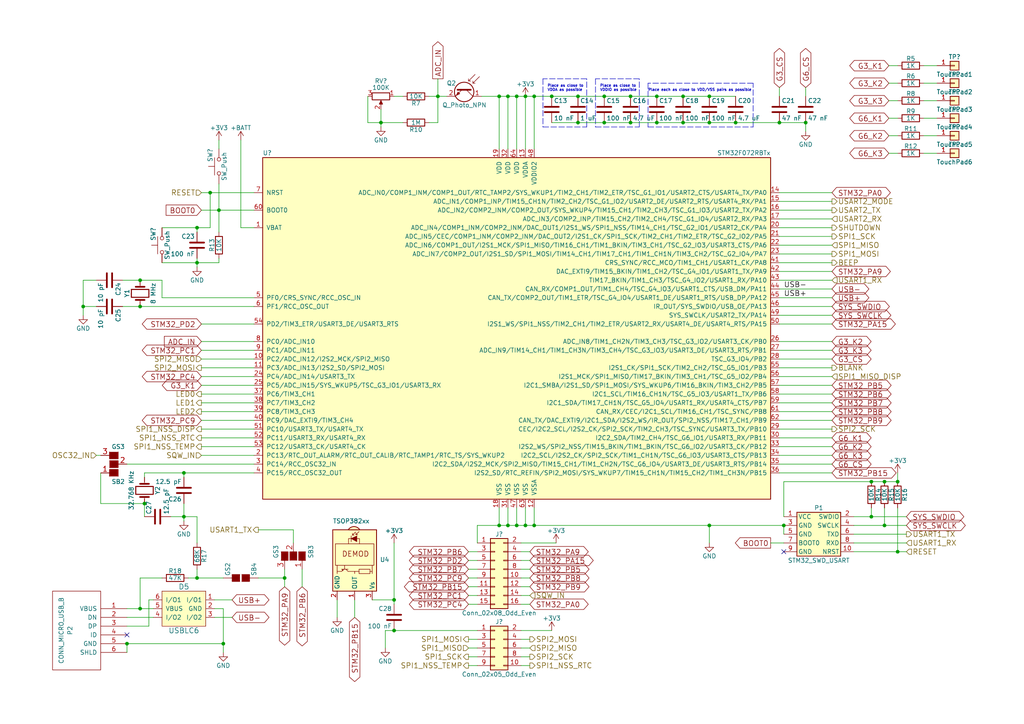
<source format=kicad_sch>
(kicad_sch (version 20231120) (generator "eeschema") (generator_version "8.0")
  (paper "A4")
  (junction (at 144.78 27.94))
  (junction (at 205.74 152.4))
  (junction (at 154.94 27.94))
  (junction (at 24.13 88.9))
  (junction (at 182.88 35.56))
  (junction (at 190.5 27.94))
  (junction (at 149.86 152.4))
  (junction (at 57.15 66.04))
  (junction (at 114.3 182.88))
  (junction (at 252.73 149.86))
  (junction (at 60.96 55.88))
  (junction (at 182.88 27.94))
  (junction (at 152.4 27.94))
  (junction (at 53.34 137.16))
  (junction (at 152.4 152.4))
  (junction (at 260.35 139.7))
  (junction (at 53.34 149.86))
  (junction (at 198.12 35.56))
  (junction (at 167.64 27.94))
  (junction (at 227.33 152.4))
  (junction (at 149.86 27.94))
  (junction (at 40.64 88.9))
  (junction (at 114.3 173.99))
  (junction (at 205.74 27.94))
  (junction (at 190.5 35.56))
  (junction (at 198.12 27.94))
  (junction (at 160.02 27.94))
  (junction (at 57.15 76.2))
  (junction (at 252.73 139.7))
  (junction (at 82.55 167.64))
  (junction (at 147.32 152.4))
  (junction (at 256.54 139.7))
  (junction (at 110.49 35.56))
  (junction (at 64.77 186.69))
  (junction (at 205.74 35.56))
  (junction (at 147.32 27.94))
  (junction (at 40.64 176.53))
  (junction (at 175.26 27.94))
  (junction (at 175.26 35.56))
  (junction (at 36.83 186.69))
  (junction (at 41.91 146.05))
  (junction (at 63.5 60.96))
  (junction (at 167.64 35.56))
  (junction (at 213.36 35.56))
  (junction (at 256.54 152.4))
  (junction (at 40.64 81.28))
  (junction (at 233.68 35.56))
  (junction (at 57.15 167.64))
  (junction (at 154.94 152.4))
  (junction (at 226.06 35.56))
  (junction (at 260.35 160.02))
  (junction (at 144.78 152.4))
  (junction (at 127 27.94))
  (no_connect (at 36.83 184.15))
  (no_connect (at 227.33 160.02))
  (wire (pts (xy 64.77 186.69) (xy 64.77 189.23)))
  (polyline (pts (xy 185.42 36.83) (xy 185.42 22.86)) (stroke (width 0) (type dash)))
  (wire (pts (xy 247.65 152.4) (xy 256.54 152.4)))
  (wire (pts (xy 58.42 129.54) (xy 73.66 129.54)))
  (wire (pts (xy 233.68 25.4) (xy 233.68 27.94)))
  (wire (pts (xy 57.15 76.2) (xy 57.15 77.47)))
  (wire (pts (xy 267.97 34.29) (xy 271.78 34.29)))
  (wire (pts (xy 226.06 132.08) (xy 241.3 132.08)))
  (wire (pts (xy 227.33 139.7) (xy 227.33 149.86)))
  (wire (pts (xy 144.78 152.4) (xy 147.32 152.4)))
  (wire (pts (xy 46.99 76.2) (xy 57.15 76.2)))
  (wire (pts (xy 149.86 27.94) (xy 152.4 27.94)))
  (wire (pts (xy 41.91 146.05) (xy 41.91 149.86)))
  (wire (pts (xy 160.02 35.56) (xy 167.64 35.56)))
  (wire (pts (xy 58.42 119.38) (xy 73.66 119.38)))
  (wire (pts (xy 102.87 179.07) (xy 102.87 173.99)))
  (wire (pts (xy 111.76 182.88) (xy 114.3 182.88)))
  (wire (pts (xy 167.64 35.56) (xy 175.26 35.56)))
  (wire (pts (xy 257.81 19.05) (xy 260.35 19.05)))
  (wire (pts (xy 226.06 81.28) (xy 241.3 81.28)))
  (wire (pts (xy 151.13 193.04) (xy 153.67 193.04)))
  (wire (pts (xy 110.49 31.75) (xy 110.49 35.56)))
  (wire (pts (xy 138.43 175.26) (xy 135.89 175.26)))
  (wire (pts (xy 85.09 153.67) (xy 74.93 153.67)))
  (wire (pts (xy 62.23 173.99) (xy 67.31 173.99)))
  (wire (pts (xy 60.96 55.88) (xy 58.42 55.88)))
  (wire (pts (xy 247.65 160.02) (xy 260.35 160.02)))
  (wire (pts (xy 252.73 147.32) (xy 252.73 149.86)))
  (wire (pts (xy 27.94 132.08) (xy 29.21 132.08)))
  (wire (pts (xy 267.97 24.13) (xy 271.78 24.13)))
  (wire (pts (xy 267.97 29.21) (xy 271.78 29.21)))
  (wire (pts (xy 233.68 35.56) (xy 233.68 38.1)))
  (wire (pts (xy 87.63 170.18) (xy 87.63 165.1)))
  (wire (pts (xy 58.42 60.96) (xy 63.5 60.96)))
  (polyline (pts (xy 185.42 22.86) (xy 172.72 22.86)) (stroke (width 0) (type dash)))
  (wire (pts (xy 241.3 114.3) (xy 226.06 114.3)))
  (wire (pts (xy 40.64 81.28) (xy 46.99 81.28)))
  (wire (pts (xy 151.13 175.26) (xy 153.67 175.26)))
  (wire (pts (xy 73.66 101.6) (xy 58.42 101.6)))
  (polyline (pts (xy 187.96 24.13) (xy 187.96 36.83)) (stroke (width 0) (type dash)))
  (wire (pts (xy 205.74 35.56) (xy 213.36 35.56)))
  (wire (pts (xy 241.3 68.58) (xy 226.06 68.58)))
  (wire (pts (xy 64.77 176.53) (xy 64.77 186.69)))
  (wire (pts (xy 152.4 152.4) (xy 154.94 152.4)))
  (wire (pts (xy 241.3 129.54) (xy 226.06 129.54)))
  (wire (pts (xy 73.66 134.62) (xy 36.83 134.62)))
  (wire (pts (xy 41.91 137.16) (xy 53.34 137.16)))
  (wire (pts (xy 226.06 76.2) (xy 241.3 76.2)))
  (wire (pts (xy 63.5 76.2) (xy 63.5 74.93)))
  (wire (pts (xy 36.83 181.61) (xy 43.18 181.61)))
  (polyline (pts (xy 157.48 22.86) (xy 157.48 36.83)) (stroke (width 0) (type dash)))
  (wire (pts (xy 62.23 179.07) (xy 67.31 179.07)))
  (wire (pts (xy 151.13 157.48) (xy 161.29 157.48)))
  (wire (pts (xy 127 35.56) (xy 124.46 35.56)))
  (wire (pts (xy 82.55 167.64) (xy 82.55 165.1)))
  (wire (pts (xy 144.78 27.94) (xy 147.32 27.94)))
  (wire (pts (xy 127 27.94) (xy 127 35.56)))
  (wire (pts (xy 57.15 66.04) (xy 60.96 66.04)))
  (wire (pts (xy 154.94 147.32) (xy 154.94 152.4)))
  (wire (pts (xy 260.35 147.32) (xy 260.35 160.02)))
  (polyline (pts (xy 172.72 22.86) (xy 172.72 36.83)) (stroke (width 0) (type dash)))
  (wire (pts (xy 46.99 66.04) (xy 57.15 66.04)))
  (wire (pts (xy 182.88 35.56) (xy 190.5 35.56)))
  (wire (pts (xy 97.79 173.99) (xy 97.79 179.07)))
  (wire (pts (xy 138.43 167.64) (xy 135.89 167.64)))
  (wire (pts (xy 226.06 73.66) (xy 241.3 73.66)))
  (polyline (pts (xy 218.44 36.83) (xy 218.44 24.13)) (stroke (width 0) (type dash)))
  (wire (pts (xy 226.06 88.9) (xy 241.3 88.9)))
  (wire (pts (xy 147.32 147.32) (xy 147.32 152.4)))
  (wire (pts (xy 36.83 186.69) (xy 36.83 189.23)))
  (wire (pts (xy 73.66 114.3) (xy 58.42 114.3)))
  (wire (pts (xy 241.3 134.62) (xy 226.06 134.62)))
  (wire (pts (xy 260.35 139.7) (xy 260.35 137.16)))
  (wire (pts (xy 226.06 119.38) (xy 241.3 119.38)))
  (wire (pts (xy 35.56 81.28) (xy 40.64 81.28)))
  (wire (pts (xy 58.42 109.22) (xy 73.66 109.22)))
  (wire (pts (xy 257.81 39.37) (xy 260.35 39.37)))
  (wire (pts (xy 154.94 152.4) (xy 205.74 152.4)))
  (wire (pts (xy 73.66 106.68) (xy 58.42 106.68)))
  (wire (pts (xy 64.77 167.64) (xy 57.15 167.64)))
  (wire (pts (xy 144.78 43.18) (xy 144.78 27.94)))
  (wire (pts (xy 260.35 44.45) (xy 257.81 44.45)))
  (wire (pts (xy 63.5 60.96) (xy 73.66 60.96)))
  (wire (pts (xy 53.34 149.86) (xy 57.15 149.86)))
  (wire (pts (xy 260.35 24.13) (xy 257.81 24.13)))
  (wire (pts (xy 110.49 35.56) (xy 110.49 36.83)))
  (wire (pts (xy 151.13 182.88) (xy 160.02 182.88)))
  (wire (pts (xy 36.83 176.53) (xy 40.64 176.53)))
  (wire (pts (xy 63.5 53.34) (xy 63.5 60.96)))
  (wire (pts (xy 144.78 147.32) (xy 144.78 152.4)))
  (wire (pts (xy 227.33 139.7) (xy 252.73 139.7)))
  (wire (pts (xy 147.32 152.4) (xy 149.86 152.4)))
  (wire (pts (xy 57.15 67.31) (xy 57.15 66.04)))
  (wire (pts (xy 73.66 66.04) (xy 69.85 66.04)))
  (wire (pts (xy 27.94 81.28) (xy 24.13 81.28)))
  (wire (pts (xy 153.67 165.1) (xy 151.13 165.1)))
  (wire (pts (xy 241.3 63.5) (xy 226.06 63.5)))
  (wire (pts (xy 36.83 179.07) (xy 44.45 179.07)))
  (wire (pts (xy 226.06 104.14) (xy 241.3 104.14)))
  (wire (pts (xy 153.67 170.18) (xy 151.13 170.18)))
  (wire (pts (xy 198.12 35.56) (xy 205.74 35.56)))
  (wire (pts (xy 106.68 27.94) (xy 106.68 35.56)))
  (wire (pts (xy 46.99 167.64) (xy 40.64 167.64)))
  (wire (pts (xy 152.4 147.32) (xy 152.4 152.4)))
  (wire (pts (xy 58.42 99.06) (xy 73.66 99.06)))
  (wire (pts (xy 226.06 106.68) (xy 241.3 106.68)))
  (wire (pts (xy 252.73 139.7) (xy 256.54 139.7)))
  (wire (pts (xy 106.68 35.56) (xy 110.49 35.56)))
  (wire (pts (xy 73.66 121.92) (xy 58.42 121.92)))
  (wire (pts (xy 241.3 127) (xy 226.06 127)))
  (wire (pts (xy 74.93 167.64) (xy 82.55 167.64)))
  (wire (pts (xy 43.18 181.61) (xy 43.18 173.99)))
  (wire (pts (xy 135.89 160.02) (xy 138.43 160.02)))
  (polyline (pts (xy 172.72 36.83) (xy 185.42 36.83)) (stroke (width 0) (type dash)))
  (wire (pts (xy 152.4 43.18) (xy 152.4 27.94)))
  (polyline (pts (xy 157.48 36.83) (xy 170.18 36.83)) (stroke (width 0) (type dash)))
  (wire (pts (xy 138.43 162.56) (xy 135.89 162.56)))
  (wire (pts (xy 24.13 81.28) (xy 24.13 88.9)))
  (wire (pts (xy 160.02 27.94) (xy 167.64 27.94)))
  (wire (pts (xy 152.4 27.94) (xy 154.94 27.94)))
  (wire (pts (xy 226.06 60.96) (xy 241.3 60.96)))
  (wire (pts (xy 223.52 157.48) (xy 227.33 157.48)))
  (wire (pts (xy 82.55 170.18) (xy 82.55 167.64)))
  (wire (pts (xy 151.13 167.64) (xy 153.67 167.64)))
  (polyline (pts (xy 170.18 22.86) (xy 157.48 22.86)) (stroke (width 0) (type dash)))
  (wire (pts (xy 198.12 27.94) (xy 205.74 27.94)))
  (wire (pts (xy 247.65 149.86) (xy 252.73 149.86)))
  (wire (pts (xy 267.97 39.37) (xy 271.78 39.37)))
  (wire (pts (xy 110.49 35.56) (xy 116.84 35.56)))
  (wire (pts (xy 58.42 111.76) (xy 73.66 111.76)))
  (wire (pts (xy 256.54 147.32) (xy 256.54 152.4)))
  (wire (pts (xy 135.89 187.96) (xy 138.43 187.96)))
  (wire (pts (xy 57.15 149.86) (xy 57.15 157.48)))
  (wire (pts (xy 260.35 160.02) (xy 262.89 160.02)))
  (wire (pts (xy 127 27.94) (xy 129.54 27.94)))
  (wire (pts (xy 205.74 152.4) (xy 227.33 152.4)))
  (wire (pts (xy 41.91 137.16) (xy 41.91 138.43)))
  (wire (pts (xy 40.64 167.64) (xy 40.64 176.53)))
  (wire (pts (xy 256.54 139.7) (xy 260.35 139.7)))
  (wire (pts (xy 127 22.86) (xy 127 27.94)))
  (wire (pts (xy 135.89 170.18) (xy 138.43 170.18)))
  (wire (pts (xy 182.88 27.94) (xy 190.5 27.94)))
  (wire (pts (xy 227.33 152.4) (xy 227.33 154.94)))
  (wire (pts (xy 135.89 190.5) (xy 138.43 190.5)))
  (wire (pts (xy 241.3 124.46) (xy 226.06 124.46)))
  (wire (pts (xy 147.32 43.18) (xy 147.32 27.94)))
  (wire (pts (xy 226.06 71.12) (xy 241.3 71.12)))
  (wire (pts (xy 107.95 173.99) (xy 114.3 173.99)))
  (wire (pts (xy 73.66 55.88) (xy 60.96 55.88)))
  (wire (pts (xy 53.34 137.16) (xy 53.34 138.43)))
  (wire (pts (xy 138.43 152.4) (xy 144.78 152.4)))
  (wire (pts (xy 175.26 35.56) (xy 182.88 35.56)))
  (wire (pts (xy 58.42 124.46) (xy 73.66 124.46)))
  (wire (pts (xy 64.77 186.69) (xy 36.83 186.69)))
  (wire (pts (xy 53.34 137.16) (xy 73.66 137.16)))
  (wire (pts (xy 267.97 19.05) (xy 271.78 19.05)))
  (wire (pts (xy 63.5 60.96) (xy 63.5 67.31)))
  (wire (pts (xy 175.26 27.94) (xy 182.88 27.94)))
  (wire (pts (xy 73.66 104.14) (xy 58.42 104.14)))
  (wire (pts (xy 114.3 27.94) (xy 116.84 27.94)))
  (wire (pts (xy 60.96 66.04) (xy 60.96 55.88)))
  (wire (pts (xy 135.89 165.1) (xy 138.43 165.1)))
  (polyline (pts (xy 170.18 36.83) (xy 170.18 22.86)) (stroke (width 0) (type dash)))
  (wire (pts (xy 57.15 74.93) (xy 57.15 76.2)))
  (wire (pts (xy 151.13 187.96) (xy 153.67 187.96)))
  (wire (pts (xy 124.46 27.94) (xy 127 27.94)))
  (wire (pts (xy 226.06 35.56) (xy 233.68 35.56)))
  (wire (pts (xy 135.89 185.42) (xy 138.43 185.42)))
  (wire (pts (xy 213.36 35.56) (xy 226.06 35.56)))
  (wire (pts (xy 58.42 127) (xy 73.66 127)))
  (wire (pts (xy 139.7 27.94) (xy 144.78 27.94)))
  (wire (pts (xy 35.56 88.9) (xy 40.64 88.9)))
  (wire (pts (xy 241.3 101.6) (xy 226.06 101.6)))
  (wire (pts (xy 54.61 167.64) (xy 57.15 167.64)))
  (polyline (pts (xy 187.96 36.83) (xy 218.44 36.83)) (stroke (width 0) (type dash)))
  (wire (pts (xy 40.64 176.53) (xy 44.45 176.53)))
  (wire (pts (xy 190.5 35.56) (xy 198.12 35.56)))
  (wire (pts (xy 63.5 40.64) (xy 63.5 43.18)))
  (wire (pts (xy 267.97 44.45) (xy 271.78 44.45)))
  (wire (pts (xy 226.06 109.22) (xy 241.3 109.22)))
  (wire (pts (xy 151.13 172.72) (xy 153.67 172.72)))
  (wire (pts (xy 241.3 78.74) (xy 226.06 78.74)))
  (wire (pts (xy 226.06 91.44) (xy 241.3 91.44)))
  (wire (pts (xy 151.13 185.42) (xy 153.67 185.42)))
  (wire (pts (xy 40.64 88.9) (xy 73.66 88.9)))
  (wire (pts (xy 62.23 176.53) (xy 64.77 176.53)))
  (wire (pts (xy 226.06 27.94) (xy 226.06 25.4)))
  (wire (pts (xy 226.06 99.06) (xy 241.3 99.06)))
  (wire (pts (xy 256.54 152.4) (xy 262.89 152.4)))
  (wire (pts (xy 85.09 157.48) (xy 85.09 153.67)))
  (wire (pts (xy 147.32 27.94) (xy 149.86 27.94)))
  (wire (pts (xy 247.65 154.94) (xy 262.89 154.94)))
  (wire (pts (xy 24.13 88.9) (xy 24.13 91.44)))
  (wire (pts (xy 135.89 193.04) (xy 138.43 193.04)))
  (wire (pts (xy 205.74 27.94) (xy 213.36 27.94)))
  (wire (pts (xy 57.15 165.1) (xy 57.15 167.64)))
  (wire (pts (xy 167.64 27.94) (xy 175.26 27.94)))
  (wire (pts (xy 29.21 146.05) (xy 29.21 137.16)))
  (wire (pts (xy 149.86 43.18) (xy 149.86 27.94)))
  (wire (pts (xy 153.67 160.02) (xy 151.13 160.02)))
  (wire (pts (xy 190.5 27.94) (xy 198.12 27.94)))
  (wire (pts (xy 43.18 173.99) (xy 44.45 173.99)))
  (wire (pts (xy 154.94 43.18) (xy 154.94 27.94)))
  (wire (pts (xy 58.42 132.08) (xy 73.66 132.08)))
  (wire (pts (xy 260.35 34.29) (xy 257.81 34.29)))
  (wire (pts (xy 252.73 149.86) (xy 262.89 149.86)))
  (wire (pts (xy 111.76 182.88) (xy 111.76 187.96)))
  (wire (pts (xy 226.06 121.92) (xy 241.3 121.92)))
  (polyline (pts (xy 218.44 24.13) (xy 187.96 24.13)) (stroke (width 0) (type dash)))
  (wire (pts (xy 58.42 93.98) (xy 73.66 93.98)))
  (wire (pts (xy 149.86 152.4) (xy 152.4 152.4)))
  (wire (pts (xy 114.3 173.99) (xy 114.3 157.48)))
  (wire (pts (xy 73.66 116.84) (xy 58.42 116.84)))
  (wire (pts (xy 241.3 66.04) (xy 226.06 66.04)))
  (wire (pts (xy 114.3 175.26) (xy 114.3 173.99)))
  (wire (pts (xy 247.65 157.48) (xy 262.89 157.48)))
  (wire (pts (xy 27.94 88.9) (xy 24.13 88.9)))
  (wire (pts (xy 53.34 149.86) (xy 53.34 151.13)))
  (wire (pts (xy 41.91 146.05) (xy 29.21 146.05)))
  (wire (pts (xy 226.06 111.76) (xy 241.3 111.76)))
  (wire (pts (xy 138.43 172.72) (xy 135.89 172.72)))
  (wire (pts (xy 226.06 116.84) (xy 241.3 116.84)))
  (wire (pts (xy 46.99 86.36) (xy 46.99 81.28)))
  (wire (pts (xy 57.15 76.2) (xy 63.5 76.2)))
  (wire (pts (xy 151.13 190.5) (xy 153.67 190.5)))
  (wire (pts (xy 205.74 157.48) (xy 205.74 152.4)))
  (wire (pts (xy 226.06 86.36) (xy 241.3 86.36)))
  (wire (pts (xy 226.06 55.88) (xy 241.3 55.88)))
  (wire (pts (xy 257.81 29.21) (xy 260.35 29.21)))
  (wire (pts (xy 138.43 157.48) (xy 138.43 152.4)))
  (wire (pts (xy 154.94 27.94) (xy 160.02 27.94)))
  (wire (pts (xy 149.86 147.32) (xy 149.86 152.4)))
  (wire (pts (xy 69.85 66.04) (xy 69.85 40.64)))
  (wire (pts (xy 114.3 182.88) (xy 138.43 182.88)))
  (wire (pts (xy 241.3 83.82) (xy 226.06 83.82)))
  (wire (pts (xy 53.34 146.05) (xy 53.34 149.86)))
  (wire (pts (xy 151.13 162.56) (xy 153.67 162.56)))
  (wire (pts (xy 49.53 149.86) (xy 53.34 149.86)))
  (wire (pts (xy 226.06 137.16) (xy 241.3 137.16)))
  (wire (pts (xy 73.66 86.36) (xy 46.99 86.36)))
  (wire (pts (xy 226.06 93.98) (xy 241.3 93.98)))
  (wire (pts (xy 241.3 58.42) (xy 226.06 58.42)))
  (text "Place each as close to VDD/VSS pairs as possible" (at 187.96 26.67 0) (effects (font (size 0.762 0.762)) (justify left bottom)))
  (text "Place as close to\nVDDIO as possible" (at 173.99 26.67 0) (effects (font (size 0.762 0.762)) (justify left bottom)))
  (text "Place as close to\nVDDA as possible" (at 158.75 26.67 0) (effects (font (size 0.762 0.762)) (justify left bottom)))
  (label "USB-" (at 227.33 83.82 0) (effects (font (size 1.524 1.524))))
  (label "USB+" (at 227.33 86.36 0) (effects (font (size 1.524 1.524))))
  (global_label "STM32_PB15" (shape bidirectional) (at 241.3 137.16 0) (effects (font (size 1.524 1.524))) (property "Intersheetrefs" "${INTERSHEET_REFS}" (effects (hide yes))))
  (global_label "STM32_PB7" (shape bidirectional) (at 135.89 165.1 180) (effects (font (size 1.524 1.524))) (property "Intersheetrefs" "${INTERSHEET_REFS}" (effects (hide yes))))
  (global_label "STM32_PB9" (shape bidirectional) (at 153.67 170.18 0) (effects (font (size 1.524 1.524))) (property "Intersheetrefs" "${INTERSHEET_REFS}" (effects (hide yes))))
  (global_label "USB+" (shape bidirectional) (at 241.3 86.36 0) (effects (font (size 1.524 1.524))) (property "Intersheetrefs" "${INTERSHEET_REFS}" (effects (hide yes))))
  (global_label "G6_K2" (shape bidirectional) (at 257.81 39.37 180) (effects (font (size 1.524 1.524))) (property "Intersheetrefs" "${INTERSHEET_REFS}" (effects (hide yes))))
  (global_label "SYS_SWCLK" (shape bidirectional) (at 241.3 91.44 0) (effects (font (size 1.524 1.524))) (property "Intersheetrefs" "${INTERSHEET_REFS}" (effects (hide yes))))
  (global_label "ADC_IN" (shape output) (at 127 22.86 90) (effects (font (size 1.524 1.524))) (property "Intersheetrefs" "${INTERSHEET_REFS}" (effects (hide yes))))
  (global_label "STM32_PB7" (shape bidirectional) (at 241.3 116.84 0) (effects (font (size 1.524 1.524))) (property "Intersheetrefs" "${INTERSHEET_REFS}" (effects (hide yes))))
  (global_label "ADC_IN" (shape input) (at 58.42 99.06 180) (effects (font (size 1.524 1.524))) (property "Intersheetrefs" "${INTERSHEET_REFS}" (effects (hide yes))))
  (global_label "G3_K2" (shape bidirectional) (at 257.81 24.13 180) (effects (font (size 1.524 1.524))) (property "Intersheetrefs" "${INTERSHEET_REFS}" (effects (hide yes))))
  (global_label "G6_K2" (shape bidirectional) (at 241.3 129.54 0) (effects (font (size 1.524 1.524))) (property "Intersheetrefs" "${INTERSHEET_REFS}" (effects (hide yes))))
  (global_label "SYS_SWDIO" (shape bidirectional) (at 241.3 88.9 0) (effects (font (size 1.524 1.524))) (property "Intersheetrefs" "${INTERSHEET_REFS}" (effects (hide yes))))
  (global_label "STM32_PC4" (shape bidirectional) (at 58.42 109.22 180) (effects (font (size 1.524 1.524))) (property "Intersheetrefs" "${INTERSHEET_REFS}" (effects (hide yes))))
  (global_label "USB-" (shape bidirectional) (at 67.31 179.07 0) (effects (font (size 1.524 1.524))) (property "Intersheetrefs" "${INTERSHEET_REFS}" (effects (hide yes))))
  (global_label "STM32_PB6" (shape bidirectional) (at 87.63 170.18 270) (effects (font (size 1.524 1.524))) (property "Intersheetrefs" "${INTERSHEET_REFS}" (effects (hide yes))))
  (global_label "STM32_PC1" (shape bidirectional) (at 58.42 101.6 180) (effects (font (size 1.524 1.524))) (property "Intersheetrefs" "${INTERSHEET_REFS}" (effects (hide yes))))
  (global_label "STM32_PC1" (shape bidirectional) (at 135.89 172.72 180) (effects (font (size 1.524 1.524))) (property "Intersheetrefs" "${INTERSHEET_REFS}" (effects (hide yes))))
  (global_label "STM32_PB15" (shape bidirectional) (at 135.89 170.18 180) (effects (font (size 1.524 1.524))) (property "Intersheetrefs" "${INTERSHEET_REFS}" (effects (hide yes))))
  (global_label "STM32_PB15" (shape bidirectional) (at 102.87 179.07 270) (effects (font (size 1.524 1.524))) (property "Intersheetrefs" "${INTERSHEET_REFS}" (effects (hide yes))))
  (global_label "USB-" (shape bidirectional) (at 241.3 83.82 0) (effects (font (size 1.524 1.524))) (property "Intersheetrefs" "${INTERSHEET_REFS}" (effects (hide yes))))
  (global_label "STM32_PB6" (shape bidirectional) (at 135.89 160.02 180) (effects (font (size 1.524 1.524))) (property "Intersheetrefs" "${INTERSHEET_REFS}" (effects (hide yes))))
  (global_label "STM32_PB9" (shape bidirectional) (at 241.3 121.92 0) (effects (font (size 1.524 1.524))) (property "Intersheetrefs" "${INTERSHEET_REFS}" (effects (hide yes))))
  (global_label "USB+" (shape bidirectional) (at 67.31 173.99 0) (effects (font (size 1.524 1.524))) (property "Intersheetrefs" "${INTERSHEET_REFS}" (effects (hide yes))))
  (global_label "STM32_PB8" (shape bidirectional) (at 241.3 119.38 0) (effects (font (size 1.524 1.524))) (property "Intersheetrefs" "${INTERSHEET_REFS}" (effects (hide yes))))
  (global_label "STM32_PA0" (shape bidirectional) (at 241.3 55.88 0) (effects (font (size 1.524 1.524))) (property "Intersheetrefs" "${INTERSHEET_REFS}" (effects (hide yes))))
  (global_label "STM32_PB5" (shape bidirectional) (at 241.3 111.76 0) (effects (font (size 1.524 1.524))) (property "Intersheetrefs" "${INTERSHEET_REFS}" (effects (hide yes))))
  (global_label "BOOT0" (shape input) (at 58.42 60.96 180) (effects (font (size 1.524 1.524))) (property "Intersheetrefs" "${INTERSHEET_REFS}" (effects (hide yes))))
  (global_label "SYS_SWDIO" (shape bidirectional) (at 262.89 149.86 0) (effects (font (size 1.524 1.524))) (property "Intersheetrefs" "${INTERSHEET_REFS}" (effects (hide yes))))
  (global_label "STM32_PB5" (shape bidirectional) (at 153.67 165.1 0) (effects (font (size 1.524 1.524))) (property "Intersheetrefs" "${INTERSHEET_REFS}" (effects (hide yes))))
  (global_label "STM32_PA9" (shape bidirectional) (at 153.67 160.02 0) (effects (font (size 1.524 1.524))) (property "Intersheetrefs" "${INTERSHEET_REFS}" (effects (hide yes))))
  (global_label "G3_CS" (shape bidirectional) (at 241.3 104.14 0) (effects (font (size 1.524 1.524))) (property "Intersheetrefs" "${INTERSHEET_REFS}" (effects (hide yes))))
  (global_label "STM32_PA9" (shape bidirectional) (at 82.55 170.18 270) (effects (font (size 1.524 1.524))) (property "Intersheetrefs" "${INTERSHEET_REFS}" (effects (hide yes))))
  (global_label "STM32_PA15" (shape bidirectional) (at 153.67 162.56 0) (effects (font (size 1.524 1.524))) (property "Intersheetrefs" "${INTERSHEET_REFS}" (effects (hide yes))))
  (global_label "G3_K1" (shape bidirectional) (at 58.42 111.76 180) (effects (font (size 1.524 1.524))) (property "Intersheetrefs" "${INTERSHEET_REFS}" (effects (hide yes))))
  (global_label "G6_K1" (shape bidirectional) (at 257.81 34.29 180) (effects (font (size 1.524 1.524))) (property "Intersheetrefs" "${INTERSHEET_REFS}" (effects (hide yes))))
  (global_label "SYS_SWCLK" (shape bidirectional) (at 262.89 152.4 0) (effects (font (size 1.524 1.524))) (property "Intersheetrefs" "${INTERSHEET_REFS}" (effects (hide yes))))
  (global_label "STM32_PA15" (shape bidirectional) (at 241.3 93.98 0) (effects (font (size 1.524 1.524))) (property "Intersheetrefs" "${INTERSHEET_REFS}" (effects (hide yes))))
  (global_label "BOOT0" (shape output) (at 223.52 157.48 180) (effects (font (size 1.524 1.524))) (property "Intersheetrefs" "${INTERSHEET_REFS}" (effects (hide yes))))
  (global_label "G3_K3" (shape bidirectional) (at 241.3 101.6 0) (effects (font (size 1.524 1.524))) (property "Intersheetrefs" "${INTERSHEET_REFS}" (effects (hide yes))))
  (global_label "STM32_PC9" (shape bidirectional) (at 58.42 121.92 180) (effects (font (size 1.524 1.524))) (property "Intersheetrefs" "${INTERSHEET_REFS}" (effects (hide yes))))
  (global_label "G3_K2" (shape bidirectional) (at 241.3 99.06 0) (effects (font (size 1.524 1.524))) (property "Intersheetrefs" "${INTERSHEET_REFS}" (effects (hide yes))))
  (global_label "STM32_PC9" (shape bidirectional) (at 135.89 167.64 180) (effects (font (size 1.524 1.524))) (property "Intersheetrefs" "${INTERSHEET_REFS}" (effects (hide yes))))
  (global_label "STM32_PD2" (shape bidirectional) (at 135.89 162.56 180) (effects (font (size 1.524 1.524))) (property "Intersheetrefs" "${INTERSHEET_REFS}" (effects (hide yes))))
  (global_label "G3_K3" (shape bidirectional) (at 257.81 29.21 180) (effects (font (size 1.524 1.524))) (property "Intersheetrefs" "${INTERSHEET_REFS}" (effects (hide yes))))
  (global_label "STM32_PA0" (shape bidirectional) (at 153.67 175.26 0) (effects (font (size 1.524 1.524))) (property "Intersheetrefs" "${INTERSHEET_REFS}" (effects (hide yes))))
  (global_label "STM32_PB8" (shape bidirectional) (at 153.67 167.64 0) (effects (font (size 1.524 1.524))) (property "Intersheetrefs" "${INTERSHEET_REFS}" (effects (hide yes))))
  (global_label "G3_CS" (shape bidirectional) (at 226.06 25.4 90) (effects (font (size 1.524 1.524))) (property "Intersheetrefs" "${INTERSHEET_REFS}" (effects (hide yes))))
  (global_label "G6_K3" (shape bidirectional) (at 241.3 132.08 0) (effects (font (size 1.524 1.524))) (property "Intersheetrefs" "${INTERSHEET_REFS}" (effects (hide yes))))
  (global_label "STM32_PA9" (shape bidirectional) (at 241.3 78.74 0) (effects (font (size 1.524 1.524))) (property "Intersheetrefs" "${INTERSHEET_REFS}" (effects (hide yes))))
  (global_label "G6_K1" (shape bidirectional) (at 241.3 127 0) (effects (font (size 1.524 1.524))) (property "Intersheetrefs" "${INTERSHEET_REFS}" (effects (hide yes))))
  (global_label "G6_CS" (shape bidirectional) (at 241.3 134.62 0) (effects (font (size 1.524 1.524))) (property "Intersheetrefs" "${INTERSHEET_REFS}" (effects (hide yes))))
  (global_label "G6_CS" (shape bidirectional) (at 233.68 25.4 90) (effects (font (size 1.524 1.524))) (property "Intersheetrefs" "${INTERSHEET_REFS}" (effects (hide yes))))
  (global_label "STM32_PB6" (shape bidirectional) (at 241.3 114.3 0) (effects (font (size 1.524 1.524))) (property "Intersheetrefs" "${INTERSHEET_REFS}" (effects (hide yes))))
  (global_label "STM32_PC4" (shape bidirectional) (at 135.89 175.26 180) (effects (font (size 1.524 1.524))) (property "Intersheetrefs" "${INTERSHEET_REFS}" (effects (hide yes))))
  (global_label "STM32_PD2" (shape bidirectional) (at 58.42 93.98 180) (effects (font (size 1.524 1.524))) (property "Intersheetrefs" "${INTERSHEET_REFS}" (effects (hide yes))))
  (global_label "G6_K3" (shape bidirectional) (at 257.81 44.45 180) (effects (font (size 1.524 1.524))) (property "Intersheetrefs" "${INTERSHEET_REFS}" (effects (hide yes))))
  (global_label "G3_K1" (shape bidirectional) (at 257.81 19.05 180) (effects (font (size 1.524 1.524))) (property "Intersheetrefs" "${INTERSHEET_REFS}" (effects (hide yes))))
  (hierarchical_label "SPI2_SCK" (shape output) (at 241.3 124.46 0) (effects (font (size 1.524 1.524))))
  (hierarchical_label "USART1_TX" (shape output) (at 262.89 154.94 0) (effects (font (size 1.524 1.524))))
  (hierarchical_label "USART2_MODE" (shape output) (at 241.3 58.42 0) (effects (font (size 1.524 1.524))))
  (hierarchical_label "SPI1_NSS_TEMP" (shape output) (at 58.42 129.54 180) (effects (font (size 1.524 1.524))))
  (hierarchical_label "SPI1_NSS_RTC" (shape output) (at 58.42 127 180) (effects (font (size 1.524 1.524))))
  (hierarchical_label "BEEP" (shape output) (at 241.3 76.2 0) (effects (font (size 1.524 1.524))))
  (hierarchical_label "SPI1_NSS_TEMP" (shape output) (at 135.89 193.04 180) (effects (font (size 1.524 1.524))))
  (hierarchical_label "SPI1_SCK" (shape output) (at 241.3 68.58 0) (effects (font (size 1.524 1.524))))
  (hierarchical_label "SPI1_MISO" (shape input) (at 241.3 71.12 0) (effects (font (size 1.524 1.524))))
  (hierarchical_label "RESET" (shape input) (at 58.42 55.88 180) (effects (font (size 1.524 1.524))))
  (hierarchical_label "SPI2_MOSI" (shape output) (at 58.42 106.68 180) (effects (font (size 1.524 1.524))))
  (hierarchical_label "SPI2_MOSI" (shape output) (at 153.67 185.42 0) (effects (font (size 1.524 1.524))))
  (hierarchical_label "USART1_RX" (shape input) (at 241.3 81.28 0) (effects (font (size 1.524 1.524))))
  (hierarchical_label "SPI1_NSS_DISP" (shape output) (at 58.42 124.46 180) (effects (font (size 1.524 1.524))))
  (hierarchical_label "SPI1_MISO" (shape input) (at 135.89 187.96 180) (effects (font (size 1.524 1.524))))
  (hierarchical_label "RESET" (shape input) (at 262.89 160.02 0) (effects (font (size 1.524 1.524))))
  (hierarchical_label "SPI1_MOSI" (shape output) (at 135.89 185.42 180) (effects (font (size 1.524 1.524))))
  (hierarchical_label "SPI2_MISO" (shape input) (at 153.67 187.96 0) (effects (font (size 1.524 1.524))))
  (hierarchical_label "SPI1_SCK" (shape output) (at 135.89 190.5 180) (effects (font (size 1.524 1.524))))
  (hierarchical_label "SQW_IN" (shape input) (at 153.67 172.72 0) (effects (font (size 1.524 1.524))))
  (hierarchical_label "USART1_TX" (shape output) (at 74.93 153.67 180) (effects (font (size 1.524 1.524))))
  (hierarchical_label "SPI1_NSS_RTC" (shape output) (at 153.67 193.04 0) (effects (font (size 1.524 1.524))))
  (hierarchical_label "SPI1_MOSI" (shape output) (at 241.3 73.66 0) (effects (font (size 1.524 1.524))))
  (hierarchical_label "USART2_RX" (shape input) (at 241.3 63.5 0) (effects (font (size 1.524 1.524))))
  (hierarchical_label "OSC32_IN" (shape input) (at 27.94 132.08 180) (effects (font (size 1.524 1.524))))
  (hierarchical_label "SPI2_SCK" (shape output) (at 153.67 190.5 0) (effects (font (size 1.524 1.524))))
  (hierarchical_label "BLANK" (shape output) (at 241.3 106.68 0) (effects (font (size 1.524 1.524))))
  (hierarchical_label "USART2_TX" (shape output) (at 241.3 60.96 0) (effects (font (size 1.524 1.524))))
  (hierarchical_label "LED1" (shape output) (at 58.42 116.84 180) (effects (font (size 1.524 1.524))))
  (hierarchical_label "SPI2_MISO" (shape input) (at 58.42 104.14 180) (effects (font (size 1.524 1.524))))
  (hierarchical_label "SQW_IN" (shape input) (at 58.42 132.08 180) (effects (font (size 1.524 1.524))))
  (hierarchical_label "SHUTDOWN" (shape output) (at 241.3 66.04 0) (effects (font (size 1.524 1.524))))
  (hierarchical_label "LED0" (shape output) (at 58.42 114.3 180) (effects (font (size 1.524 1.524))))
  (hierarchical_label "SPI1_MISO_DISP" (shape input) (at 241.3 109.22 0) (effects (font (size 1.524 1.524))))
  (hierarchical_label "USART1_RX" (shape input) (at 262.89 157.48 0) (effects (font (size 1.524 1.524))))
  (hierarchical_label "LED2" (shape output) (at 58.42 119.38 180) (effects (font (size 1.524 1.524))))
  (symbol (lib_id "TubeClock-rescue:+BATT-power") (at 69.85 40.64 0) (unit 1)
    (property "Reference" "#PWR035" (effects (hide yes)))
    (property "Value" "+BATT" (at 69.85 37.084 0))
  )
  (symbol (lib_id "Device:R") (at 260.35 143.51 0) (unit 1)
    (property "Reference" "R16" (at 262.382 143.51 90))
    (property "Value" "10K" (at 260.35 143.51 90))
    (property "Footprint" "Resistor_SMD:R_0805_2012Metric" (effects (hide yes)))
  )
  (symbol (lib_id "Switch:SW_Push") (at 46.99 71.12 90) (unit 1)
    (property "Reference" "SW?" (at 44.45 69.85 0) (effects (justify left)))
    (property "Value" "SW_Push" (at 48.514 71.12 0))
    (property "Footprint" "Button_Switch_SMD:SW_Push_1P1T_NO_CK_KMR2" (effects (hide yes)))
    (property "Datasheet" "https://www.ckswitches.com/media/1479/kmr2.pdf" (effects (hide yes)))
    (property "Part Number" "KMR221G LFS" (effects (hide yes)))
    (instances (project "" (path "" (reference "SW?") (unit 1)) (path "" (reference "SW2") (unit 1))))
  )
  (symbol (lib_id "Device:R") (at 264.16 19.05 90) (unit 1)
    (property "Reference" "R5" (at 264.16 17.018 90))
    (property "Value" "1K" (at 264.16 19.05 90))
    (property "Footprint" "Resistor_SMD:R_0805_2012Metric" (effects (hide yes)))
  )
  (symbol (lib_id "Device:R") (at 264.16 24.13 90) (unit 1)
    (property "Reference" "R6" (at 264.16 22.098 90))
    (property "Value" "1K" (at 264.16 24.13 90))
    (property "Footprint" "Resistor_SMD:R_0805_2012Metric" (effects (hide yes)))
  )
  (symbol (lib_id "Device:R") (at 264.16 29.21 90) (unit 1)
    (property "Reference" "R8" (at 264.16 27.178 90))
    (property "Value" "1K" (at 264.16 29.21 90))
    (property "Footprint" "Resistor_SMD:R_0805_2012Metric" (effects (hide yes)))
  )
  (symbol (lib_id "Device:R") (at 264.16 34.29 90) (unit 1)
    (property "Reference" "R9" (at 264.16 32.258 90))
    (property "Value" "1K" (at 264.16 34.29 90))
    (property "Footprint" "Resistor_SMD:R_0805_2012Metric" (effects (hide yes)))
  )
  (symbol (lib_id "Device:R") (at 264.16 39.37 90) (unit 1)
    (property "Reference" "R11" (at 264.16 37.338 90))
    (property "Value" "1K" (at 264.16 39.37 90))
    (property "Footprint" "Resistor_SMD:R_0805_2012Metric" (effects (hide yes)))
  )
  (symbol (lib_id "Device:R") (at 264.16 44.45 90) (unit 1)
    (property "Reference" "R12" (at 264.16 42.418 90))
    (property "Value" "1K" (at 264.16 44.45 90))
    (property "Footprint" "Resistor_SMD:R_0805_2012Metric" (effects (hide yes)))
  )
  (symbol (lib_id "Device:C") (at 31.75 81.28 270) (unit 1)
    (property "Reference" "C24" (at 34.29 81.915 0) (effects (justify left)))
    (property "Value" "10 pF" (at 29.21 81.915 0) (effects (justify left)))
    (property "Footprint" "Capacitor_SMD:C_0805_2012Metric" (effects (hide yes)))
  )
  (symbol (lib_id "Device:C") (at 31.75 88.9 270) (unit 1)
    (property "Reference" "C25" (at 34.29 89.535 0) (effects (justify left)))
    (property "Value" "10 pF" (at 29.21 89.535 0) (effects (justify left)))
    (property "Footprint" "Capacitor_SMD:C_0805_2012Metric" (effects (hide yes)))
  )
  (symbol (lib_id "Device:Crystal") (at 40.64 85.09 90) (unit 1)
    (property "Reference" "Y1" (at 36.83 85.09 0))
    (property "Value" "8 MHz" (at 44.45 85.09 0))
    (property "Footprint" "Crystal:Crystal_SMD_5032-4Pin_5.0x3.2mm" (effects (hide yes)))
    (property "Datasheet" "http://www.abracon.com/Resonators/abm3b.pdf" (effects (hide yes)))
    (property "Part Number" "ABM3B-8.000MHZ-10-1UT" (effects (hide yes)))
  )
  (symbol (lib_id "Device:C") (at 57.15 71.12 0) (mirror y) (unit 1)
    (property "Reference" "C23" (at 56.515 68.58 0) (effects (justify left)))
    (property "Value" "100 nF" (at 56.515 73.66 0) (effects (justify left)))
    (property "Footprint" "Capacitor_SMD:C_0805_2012Metric" (effects (hide yes)))
  )
  (symbol (lib_id "Device:Q_Photo_NPN") (at 134.62 25.4 270) (unit 1)
    (property "Reference" "Q2" (at 129.54 24.13 90) (effects (justify left)))
    (property "Value" "Q_Photo_NPN" (at 128.27 30.48 90) (effects (justify left)))
    (property "Footprint" "LED_THT:LED_D5.0mm_Clear" (effects (hide yes)))
    (property "Datasheet" "https://www.vishay.com/docs/84768/tept5600.pdf" (effects (hide yes)))
    (property "Part Number" "TEPT5600" (effects (hide yes)))
  )
  (symbol (lib_id "TubeClock-rescue:GND-power") (at 110.49 36.83 0) (unit 1)
    (property "Reference" "#PWR032" (effects (hide yes)))
    (property "Value" "GND" (at 110.49 40.64 0))
  )
  (symbol (lib_id "TubeClock-rescue:+3.3V-power") (at 152.4 27.94 0) (unit 1)
    (property "Reference" "#PWR031" (effects (hide yes)))
    (property "Value" "+3V3" (at 152.4 24.384 0))
  )
  (symbol (lib_id "Device:R") (at 120.65 35.56 270) (unit 1)
    (property "Reference" "R10" (at 120.65 37.592 90))
    (property "Value" "1M" (at 120.65 35.56 90))
    (property "Footprint" "Resistor_SMD:R_0805_2012Metric" (effects (hide yes)))
  )
  (symbol (lib_id "Device:C") (at 190.5 31.75 0) (unit 1)
    (property "Reference" "C17" (at 191.135 29.21 0) (effects (justify left)))
    (property "Value" "100 nF" (at 191.135 34.29 0) (effects (justify left)))
    (property "Footprint" "Capacitor_SMD:C_0805_2012Metric" (effects (hide yes)))
  )
  (symbol (lib_id "Device:C") (at 175.26 31.75 0) (unit 1)
    (property "Reference" "C15" (at 175.895 29.21 0) (effects (justify left)))
    (property "Value" "100 nF" (at 175.895 34.29 0) (effects (justify left)))
    (property "Footprint" "Capacitor_SMD:C_0805_2012Metric" (effects (hide yes)))
  )
  (symbol (lib_id "Device:C") (at 198.12 31.75 0) (unit 1)
    (property "Reference" "C18" (at 198.755 29.21 0) (effects (justify left)))
    (property "Value" "100 nF" (at 198.755 34.29 0) (effects (justify left)))
    (property "Footprint" "Capacitor_SMD:C_0805_2012Metric" (effects (hide yes)))
  )
  (symbol (lib_id "Device:C") (at 167.64 31.75 0) (unit 1)
    (property "Reference" "C14" (at 168.275 29.21 0) (effects (justify left)))
    (property "Value" "1 uF" (at 168.275 34.29 0) (effects (justify left)))
    (property "Footprint" "Capacitor_SMD:C_0805_2012Metric" (effects (hide yes)))
  )
  (symbol (lib_id "TubeClock-rescue:GND-power") (at 233.68 38.1 0) (unit 1)
    (property "Reference" "#PWR033" (effects (hide yes)))
    (property "Value" "GND" (at 233.68 41.91 0))
  )
  (symbol (lib_id "TubeClock-rescue:STM32_SWD_USART-win") (at 237.49 154.94 0) (unit 1)
    (property "Reference" "P1" (at 237.49 147.32 0))
    (property "Value" "STM32_SWD_USART" (at 237.49 162.56 0))
    (property "Footprint" "Connector_PinHeader_1.27mm:PinHeader_2x05_P1.27mm_Vertical_SMD" (effects (hide yes)))
    (property "Datasheet" "https://www.harwin.com/products/M50-3600542R/" (effects (hide yes)))
    (property "Part Number" "M50-3600542R" (effects (hide yes)))
  )
  (symbol (lib_id "TubeClock-rescue:GND-power") (at 205.74 157.48 0) (unit 1)
    (property "Reference" "#PWR042" (effects (hide yes)))
    (property "Value" "GND" (at 205.74 161.29 0))
  )
  (symbol (lib_id "TubeClock-rescue:+3.3V-power") (at 260.35 137.16 0) (unit 1)
    (property "Reference" "#PWR038" (effects (hide yes)))
    (property "Value" "+3V3" (at 260.35 133.604 0))
  )
  (symbol (lib_id "Device:C") (at 182.88 31.75 0) (unit 1)
    (property "Reference" "C16" (at 183.515 29.21 0) (effects (justify left)))
    (property "Value" "4.7 uF" (at 183.515 34.29 0) (effects (justify left)))
    (property "Footprint" "Capacitor_SMD:C_0805_2012Metric" (effects (hide yes)))
  )
  (symbol (lib_id "Device:C") (at 160.02 31.75 0) (unit 1)
    (property "Reference" "C13" (at 160.655 29.21 0) (effects (justify left)))
    (property "Value" "10 nF" (at 160.655 34.29 0) (effects (justify left)))
    (property "Footprint" "Capacitor_SMD:C_0805_2012Metric" (effects (hide yes)))
  )
  (symbol (lib_id "Device:C") (at 213.36 31.75 0) (unit 1)
    (property "Reference" "C20" (at 213.995 29.21 0) (effects (justify left)))
    (property "Value" "4.7 uF" (at 213.995 34.29 0) (effects (justify left)))
    (property "Footprint" "Capacitor_SMD:C_0805_2012Metric" (effects (hide yes)))
  )
  (symbol (lib_id "Device:R") (at 63.5 71.12 180) (unit 1)
    (property "Reference" "R13" (at 61.468 71.12 90))
    (property "Value" "10K" (at 63.5 71.12 90))
    (property "Footprint" "Resistor_SMD:R_0805_2012Metric" (effects (hide yes)))
  )
  (symbol (lib_id "Connector_Generic:Conn_01x01") (at 276.86 19.05 0) (unit 1)
    (property "Reference" "TP?" (at 276.86 16.51 0))
    (property "Value" "TouchPad1" (at 276.86 21.59 0))
    (property "Footprint" "TouchPads:TouchPad1" (effects (hide yes)))
    (instances (project "" (path "" (reference "TP?") (unit 1)) (path "" (reference "TP1") (unit 1))))
  )
  (symbol (lib_id "Connector_Generic:Conn_01x01") (at 276.86 24.13 0) (unit 1)
    (property "Reference" "TP?" (at 276.86 21.59 0))
    (property "Value" "TouchPad2" (at 276.86 26.67 0))
    (property "Footprint" "TouchPads:TouchPad1" (effects (hide yes)))
    (instances (project "" (path "" (reference "TP?") (unit 1)) (path "" (reference "TP2") (unit 1))))
  )
  (symbol (lib_id "Connector_Generic:Conn_01x01") (at 276.86 29.21 0) (unit 1)
    (property "Reference" "TP?" (at 276.86 26.67 0))
    (property "Value" "TouchPad3" (at 276.86 31.75 0))
    (property "Footprint" "TouchPads:TouchPad1" (effects (hide yes)))
    (instances (project "" (path "" (reference "TP?") (unit 1)) (path "" (reference "TP3") (unit 1))))
  )
  (symbol (lib_id "Connector_Generic:Conn_01x01") (at 276.86 34.29 0) (unit 1)
    (property "Reference" "TP?" (at 276.86 31.75 0))
    (property "Value" "TouchPad4" (at 276.86 36.83 0))
    (property "Footprint" "TouchPads:TouchPad1" (effects (hide yes)))
    (instances (project "" (path "" (reference "TP?") (unit 1)) (path "" (reference "TP4") (unit 1))))
  )
  (symbol (lib_id "Connector_Generic:Conn_01x01") (at 276.86 39.37 0) (unit 1)
    (property "Reference" "TP?" (at 276.86 36.83 0))
    (property "Value" "TouchPad5" (at 276.86 41.91 0))
    (property "Footprint" "TouchPads:TouchPad1" (effects (hide yes)))
    (instances (project "" (path "" (reference "TP?") (unit 1)) (path "" (reference "TP5") (unit 1))))
  )
  (symbol (lib_id "Connector_Generic:Conn_01x01") (at 276.86 44.45 0) (unit 1)
    (property "Reference" "TP?" (at 276.86 41.91 0))
    (property "Value" "TouchPad6" (at 276.86 46.99 0))
    (property "Footprint" "TouchPads:TouchPad1" (effects (hide yes)))
    (instances (project "" (path "" (reference "TP?") (unit 1)) (path "" (reference "TP6") (unit 1))))
  )
  (symbol (lib_id "Device:R") (at 252.73 143.51 0) (unit 1)
    (property "Reference" "R14" (at 254.762 143.51 90))
    (property "Value" "10K" (at 252.73 143.51 90))
    (property "Footprint" "Resistor_SMD:R_0805_2012Metric" (effects (hide yes)))
  )
  (symbol (lib_id "Device:R") (at 256.54 143.51 0) (unit 1)
    (property "Reference" "R15" (at 258.572 143.51 90))
    (property "Value" "10K" (at 256.54 143.51 90))
    (property "Footprint" "Resistor_SMD:R_0805_2012Metric" (effects (hide yes)))
  )
  (symbol (lib_id "Device:C") (at 226.06 31.75 0) (unit 1)
    (property "Reference" "C21" (at 226.695 29.21 0) (effects (justify left)))
    (property "Value" "47 nF" (at 226.695 34.29 0) (effects (justify left)))
    (property "Footprint" "Capacitor_SMD:C_0805_2012Metric" (effects (hide yes)))
  )
  (symbol (lib_id "Device:C") (at 233.68 31.75 0) (unit 1)
    (property "Reference" "C22" (at 234.315 29.21 0) (effects (justify left)))
    (property "Value" "47 nF" (at 234.315 34.29 0) (effects (justify left)))
    (property "Footprint" "Capacitor_SMD:C_0805_2012Metric" (effects (hide yes)))
  )
  (symbol (lib_id "Device:Crystal") (at 41.91 142.24 270) (unit 1)
    (property "Reference" "Y2" (at 45.72 142.24 0))
    (property "Value" "32.768 KHz" (at 38.1 142.24 0))
    (property "Footprint" "Crystal:Crystal_SMD_3215-2Pin_3.2x1.5mm" (effects (hide yes)))
    (property "Datasheet" "https://www.ecsxtal.com/store/pdf/ECX-.327-CDX-1293.pdf" (effects (hide yes)))
    (property "Part Number" "ECX-.327-CDX-1293" (effects (hide yes)))
  )
  (symbol (lib_id "Device:C") (at 53.34 142.24 180) (unit 1)
    (property "Reference" "C26" (at 52.705 144.78 0) (effects (justify left)))
    (property "Value" "12.5 pF" (at 52.705 139.7 0) (effects (justify left)))
    (property "Footprint" "Capacitor_SMD:C_0805_2012Metric" (effects (hide yes)))
  )
  (symbol (lib_id "Device:C") (at 45.72 149.86 90) (unit 1)
    (property "Reference" "C27" (at 43.18 149.225 0) (effects (justify left)))
    (property "Value" "12.5 pF" (at 48.26 149.225 0) (effects (justify left)))
    (property "Footprint" "Capacitor_SMD:C_0805_2012Metric" (effects (hide yes)))
  )
  (symbol (lib_id "TubeClock-rescue:R_POT-Device") (at 110.49 27.94 270) (unit 1)
    (property "Reference" "RV?" (at 110.49 23.495 90))
    (property "Value" "100K" (at 110.49 25.4 90))
    (property "Footprint" "Potentiometer_SMD:Potentiometer_Vishay_TS53YJ_Vertical" (effects (hide yes)))
    (property "Datasheet" "http://www.bourns.com/docs/Product-Datasheets/TC33.PDF" (effects (hide yes)))
    (property "Part Number" "TC33X-2-104E" (effects (hide yes)))
    (instances (project "" (path "" (reference "RV?") (unit 1)) (path "" (reference "RV2") (unit 1))))
  )
  (symbol (lib_id "Device:R") (at 120.65 27.94 270) (unit 1)
    (property "Reference" "R7" (at 120.65 29.972 90))
    (property "Value" "10K" (at 120.65 27.94 90))
    (property "Footprint" "Resistor_SMD:R_0805_2012Metric" (effects (hide yes)))
  )
  (symbol (lib_id "TubeClock-rescue:GS3-win") (at 33.02 134.62 0) (mirror x) (unit 1)
    (property "Reference" "SB2" (at 34.29 139.7 0))
    (property "Value" "GS3" (at 34.29 129.5654 0))
    (property "Footprint" "Jumper:SolderJumper-3_P1.3mm_Open_Pad1.0x1.5mm" (effects (hide yes)))
  )
  (symbol (lib_id "TubeClock-rescue:USBLC6-win") (at 53.34 176.53 0) (mirror y) (unit 1)
    (property "Reference" "D5" (at 53.34 170.18 0) (effects (font (size 1.524 1.524))))
    (property "Value" "USBLC6" (at 53.34 182.88 0) (effects (font (size 1.524 1.524))))
    (property "Footprint" "Package_TO_SOT_SMD:SOT-23-6" (effects (hide yes)))
  )
  (symbol (lib_id "TubeClock-rescue:GND-power") (at 64.77 189.23 0) (mirror y) (unit 1)
    (property "Reference" "#PWR046" (effects (hide yes)))
    (property "Value" "GND" (at 64.77 193.04 0))
  )
  (symbol (lib_id "TubeClock-rescue:STM32F072RBTx-TubeClock") (at 149.86 96.52 0) (unit 1)
    (property "Reference" "U?" (at 76.2 45.085 0) (effects (justify left bottom)))
    (property "Value" "STM32F072RBTx" (at 223.52 45.085 0) (effects (justify right bottom)))
    (property "Footprint" "Package_QFP:LQFP-64_10x10mm_P0.5mm" (effects (hide yes)))
    (instances (project "" (path "" (reference "U?") (unit 1)) (path "" (reference "U3") (unit 1))))
  )
  (symbol (lib_id "TubeClock-rescue:GND-power") (at 24.13 91.44 0) (unit 1)
    (property "Reference" "#PWR037" (effects (hide yes)))
    (property "Value" "GND" (at 24.13 95.25 0))
  )
  (symbol (lib_id "TubeClock-rescue:GND-power") (at 57.15 77.47 0) (unit 1)
    (property "Reference" "#PWR036" (effects (hide yes)))
    (property "Value" "GND" (at 57.15 81.28 0))
  )
  (symbol (lib_id "TubeClock-rescue:GND-power") (at 53.34 151.13 0) (unit 1)
    (property "Reference" "#PWR039" (effects (hide yes)))
    (property "Value" "GND" (at 53.34 154.94 0))
  )
  (symbol (lib_id "Device:R") (at 50.8 167.64 90) (unit 1)
    (property "Reference" "R18" (at 50.8 165.608 90))
    (property "Value" "47K" (at 50.8 167.64 90))
    (property "Footprint" "Resistor_SMD:R_0805_2012Metric" (effects (hide yes)))
  )
  (symbol (lib_id "Device:R") (at 57.15 161.29 0) (unit 1)
    (property "Reference" "R17" (at 59.182 161.29 90))
    (property "Value" "68K" (at 57.15 161.29 90))
    (property "Footprint" "Resistor_SMD:R_0805_2012Metric" (effects (hide yes)))
  )
  (symbol (lib_id "Device:C") (at 205.74 31.75 0) (unit 1)
    (property "Reference" "C19" (at 206.375 29.21 0) (effects (justify left)))
    (property "Value" "100 nF" (at 206.375 34.29 0) (effects (justify left)))
    (property "Footprint" "Capacitor_SMD:C_0805_2012Metric" (effects (hide yes)))
  )
  (symbol (lib_id "TubeClock-rescue:GS3-win") (at 85.09 161.29 270) (mirror x) (unit 1)
    (property "Reference" "SB3" (at 90.17 160.02 0))
    (property "Value" "GS3" (at 80.0354 160.02 0))
    (property "Footprint" "Jumper:SolderJumper-3_P1.3mm_Open_Pad1.0x1.5mm" (effects (hide yes)))
  )
  (symbol (lib_id "TubeClock-rescue:GS2-win") (at 69.85 167.64 270) (mirror x) (unit 1)
    (property "Reference" "SB4" (at 73.66 165.1 0))
    (property "Value" "GS2" (at 66.0654 165.1 0))
    (property "Footprint" "Jumper:SolderJumper-2_P1.3mm_Open_Pad1.0x1.5mm" (effects (hide yes)))
  )
  (symbol (lib_id "TubeClock-rescue:CONN_MICRO_USB_B-win") (at 21.59 182.88 90) (mirror x) (unit 1)
    (property "Reference" "P2" (at 20.32 182.88 0))
    (property "Value" "CONN_MICRO_USB_B" (at 17.78 182.88 0))
    (property "Footprint" "Connector_USB:USB_Micro-B_Molex-105017-0001" (effects (hide yes)))
    (property "Datasheet" "DOCUMENTATION" (effects (hide yes)))
  )
  (symbol (lib_id "Connector_Generic:Conn_02x08_Odd_Even") (at 143.51 165.1 0) (unit 1)
    (property "Reference" "J?" (at 144.78 154.94 0))
    (property "Value" "Conn_02x08_Odd_Even" (at 144.78 177.8 0))
    (property "Footprint" "Connector_PinHeader_2.54mm:PinHeader_2x08_P2.54mm_Vertical" (effects (hide yes)))
    (instances (project "" (path "" (reference "J?") (unit 1)) (path "" (reference "J2") (unit 1))))
  )
  (symbol (lib_id "Connector_Generic:Conn_02x05_Odd_Even") (at 143.51 187.96 0) (unit 1)
    (property "Reference" "J?" (at 144.78 180.34 0))
    (property "Value" "Conn_02x05_Odd_Even" (at 144.78 195.58 0))
    (property "Footprint" "Connector_PinHeader_2.54mm:PinHeader_2x05_P2.54mm_Vertical" (effects (hide yes)))
    (instances (project "" (path "" (reference "J?") (unit 1)) (path "" (reference "J3") (unit 1))))
  )
  (symbol (lib_id "TubeClock-rescue:+3.3V-power") (at 161.29 157.48 0) (unit 1)
    (property "Reference" "#PWR041" (effects (hide yes)))
    (property "Value" "+3V3" (at 161.29 153.924 0))
  )
  (symbol (lib_id "TubeClock-rescue:+3.3V-power") (at 160.02 182.88 0) (unit 1)
    (property "Reference" "#PWR044" (effects (hide yes)))
    (property "Value" "+3V3" (at 160.02 179.324 0))
  )
  (symbol (lib_id "TubeClock-rescue:GND-power") (at 111.76 187.96 0) (mirror y) (unit 1)
    (property "Reference" "#PWR045" (effects (hide yes)))
    (property "Value" "GND" (at 111.76 191.77 0))
  )
  (symbol (lib_id "Switch:SW_Push") (at 63.5 48.26 90) (unit 1)
    (property "Reference" "SW?" (at 60.96 46.99 0) (effects (justify left)))
    (property "Value" "SW_Push" (at 65.024 48.26 0))
    (property "Footprint" "Button_Switch_SMD:SW_Push_1P1T_NO_CK_KMR2" (effects (hide yes)))
    (property "Datasheet" "https://www.ckswitches.com/media/1479/kmr2.pdf" (effects (hide yes)))
    (property "Part Number" "KMR221G LFS" (effects (hide yes)))
    (instances (project "" (path "" (reference "SW?") (unit 1)) (path "" (reference "SW1") (unit 1))))
  )
  (symbol (lib_id "TubeClock-rescue:+3.3V-power") (at 63.5 40.64 0) (unit 1)
    (property "Reference" "#PWR034" (effects (hide yes)))
    (property "Value" "+3V3" (at 63.5 37.084 0))
  )
  (symbol (lib_id "Interface_Optical:TSOP382xx") (at 102.87 163.83 270) (unit 1)
    (property "Reference" "U4" (at 110.1852 162.3314 90) (effects (justify left)))
    (property "Value" "TSOP382xx" (at 96.52 151.13 90) (effects (justify left)))
    (property "Footprint" "OptoDevice:Vishay_MINICAST-3Pin" (effects (hide yes)))
    (property "Datasheet" "http://www.vishay.com/docs/82491/tsop382.pdf" (effects (hide yes)))
  )
  (symbol (lib_id "TubeClock-rescue:GND-power") (at 97.79 179.07 0) (unit 1)
    (property "Reference" "#PWR043" (effects (hide yes)))
    (property "Value" "GND" (at 97.79 182.88 0))
  )
  (symbol (lib_id "TubeClock-rescue:+3.3V-power") (at 114.3 157.48 0) (unit 1)
    (property "Reference" "#PWR040" (effects (hide yes)))
    (property "Value" "+3V3" (at 114.3 153.924 0))
  )
  (symbol (lib_id "Device:C") (at 114.3 179.07 0) (mirror y) (unit 1)
    (property "Reference" "C28" (at 113.665 176.53 0) (effects (justify left)))
    (property "Value" "100 nF" (at 113.665 181.61 0) (effects (justify left)))
    (property "Footprint" "Capacitor_SMD:C_0805_2012Metric" (effects (hide yes)))
  )
)
</source>
